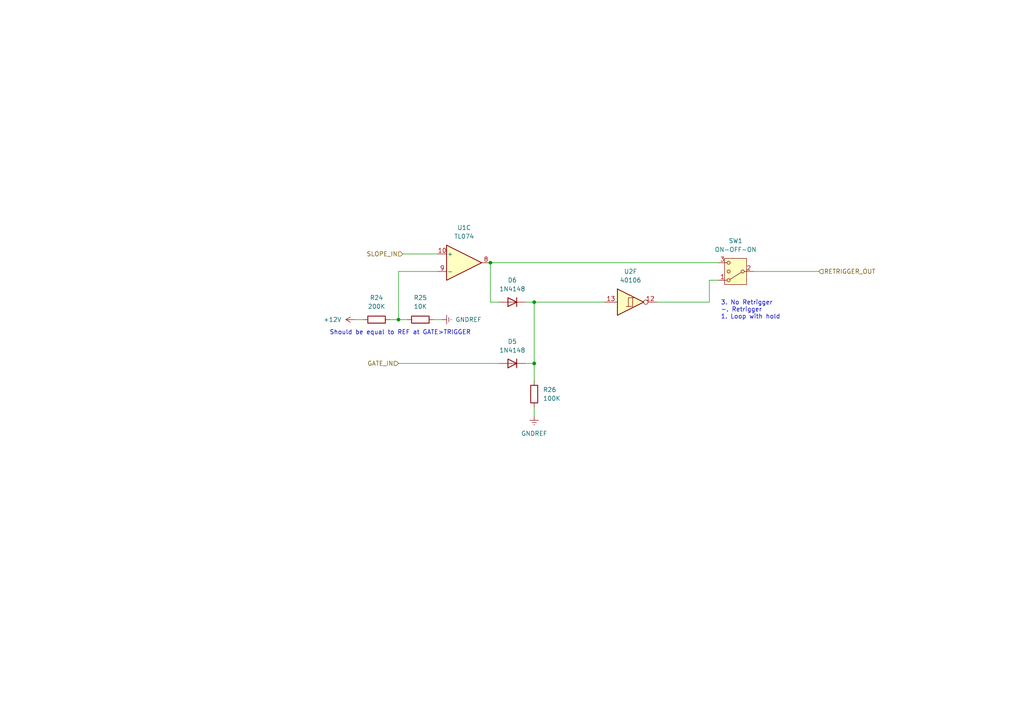
<source format=kicad_sch>
(kicad_sch (version 20231120) (generator "eeschema") (generator_version "8.0")
  (paper "A4")
  (lib_symbols
    (symbol "4xxx:40106" (pin_names (offset 1.016))
      (property "Reference" "U" (at 0 1.27 0))
      (property "Value" "40106" (at 0 -1.27 0))
      (symbol "40106_1_0"
        (polyline (pts (xy -0.635 -1.27) (xy -0.635 1.27) (xy 0.635 1.27)))
        (polyline (pts (xy -3.81 3.81) (xy -3.81 -3.81) (xy 3.81 0) (xy -3.81 3.81)) (stroke (width 0.254)) (fill (type background)))
        (polyline (pts (xy -1.27 -1.27) (xy 0.635 -1.27) (xy 0.635 1.27) (xy 1.27 1.27)))
        (pin input line (at -7.62 0 0) (length 3.81) (name "~") (number "1"))
        (pin output inverted (at 7.62 0 180) (length 3.81) (name "~") (number "2"))
      )
      (symbol "40106_2_0"
        (polyline (pts (xy -0.635 -1.27) (xy -0.635 1.27) (xy 0.635 1.27)))
        (polyline (pts (xy -3.81 3.81) (xy -3.81 -3.81) (xy 3.81 0) (xy -3.81 3.81)) (stroke (width 0.254)) (fill (type background)))
        (polyline (pts (xy -1.27 -1.27) (xy 0.635 -1.27) (xy 0.635 1.27) (xy 1.27 1.27)))
        (pin input line (at -7.62 0 0) (length 3.81) (name "~") (number "3"))
        (pin output inverted (at 7.62 0 180) (length 3.81) (name "~") (number "4"))
      )
      (symbol "40106_3_0"
        (polyline (pts (xy -0.635 -1.27) (xy -0.635 1.27) (xy 0.635 1.27)))
        (polyline (pts (xy -3.81 3.81) (xy -3.81 -3.81) (xy 3.81 0) (xy -3.81 3.81)) (stroke (width 0.254)) (fill (type background)))
        (polyline (pts (xy -1.27 -1.27) (xy 0.635 -1.27) (xy 0.635 1.27) (xy 1.27 1.27)))
        (pin input line (at -7.62 0 0) (length 3.81) (name "~") (number "5"))
        (pin output inverted (at 7.62 0 180) (length 3.81) (name "~") (number "6"))
      )
      (symbol "40106_4_0"
        (polyline (pts (xy -0.635 -1.27) (xy -0.635 1.27) (xy 0.635 1.27)))
        (polyline (pts (xy -3.81 3.81) (xy -3.81 -3.81) (xy 3.81 0) (xy -3.81 3.81)) (stroke (width 0.254)) (fill (type background)))
        (polyline (pts (xy -1.27 -1.27) (xy 0.635 -1.27) (xy 0.635 1.27) (xy 1.27 1.27)))
        (pin output inverted (at 7.62 0 180) (length 3.81) (name "~") (number "8"))
        (pin input line (at -7.62 0 0) (length 3.81) (name "~") (number "9"))
      )
      (symbol "40106_5_0"
        (polyline (pts (xy -0.635 -1.27) (xy -0.635 1.27) (xy 0.635 1.27)))
        (polyline (pts (xy -3.81 3.81) (xy -3.81 -3.81) (xy 3.81 0) (xy -3.81 3.81)) (stroke (width 0.254)) (fill (type background)))
        (polyline (pts (xy -1.27 -1.27) (xy 0.635 -1.27) (xy 0.635 1.27) (xy 1.27 1.27)))
        (pin output inverted (at 7.62 0 180) (length 3.81) (name "~") (number "10"))
        (pin input line (at -7.62 0 0) (length 3.81) (name "~") (number "11"))
      )
      (symbol "40106_6_0"
        (polyline (pts (xy -0.635 -1.27) (xy -0.635 1.27) (xy 0.635 1.27)))
        (polyline (pts (xy -3.81 3.81) (xy -3.81 -3.81) (xy 3.81 0) (xy -3.81 3.81)) (stroke (width 0.254)) (fill (type background)))
        (polyline (pts (xy -1.27 -1.27) (xy 0.635 -1.27) (xy 0.635 1.27) (xy 1.27 1.27)))
        (pin output inverted (at 7.62 0 180) (length 3.81) (name "~") (number "12"))
        (pin input line (at -7.62 0 0) (length 3.81) (name "~") (number "13"))
      )
      (symbol "40106_7_0"
        (pin power_in line (at 0 12.7 270) (length 5.08) (name "VDD") (number "14"))
        (pin power_in line (at 0 -12.7 90) (length 5.08) (name "VSS") (number "7"))
      )
      (symbol "40106_7_1"
        (rectangle (start -5.08 7.62) (end 5.08 -7.62) (stroke (width 0.254)) (fill (type background)))
      )
    )
    (symbol "Amplifier_Operational:TL074" (pin_names (offset 0.127))
      (property "Reference" "U" (at 0 5.08 0))
      (property "Value" "TL074" (at 0 -5.08 0))
      (symbol "TL074_1_1"
        (polyline (pts (xy -5.08 5.08) (xy 5.08 0) (xy -5.08 -5.08) (xy -5.08 5.08)) (stroke (width 0.254)) (fill (type background)))
        (pin output line (at 7.62 0 180) (length 2.54) (name "~") (number "1"))
        (pin input line (at -7.62 -2.54 0) (length 2.54) (name "-") (number "2"))
        (pin input line (at -7.62 2.54 0) (length 2.54) (name "+") (number "3"))
      )
      (symbol "TL074_2_1"
        (polyline (pts (xy -5.08 5.08) (xy 5.08 0) (xy -5.08 -5.08) (xy -5.08 5.08)) (stroke (width 0.254)) (fill (type background)))
        (pin input line (at -7.62 2.54 0) (length 2.54) (name "+") (number "5"))
        (pin input line (at -7.62 -2.54 0) (length 2.54) (name "-") (number "6"))
        (pin output line (at 7.62 0 180) (length 2.54) (name "~") (number "7"))
      )
      (symbol "TL074_3_1"
        (polyline (pts (xy -5.08 5.08) (xy 5.08 0) (xy -5.08 -5.08) (xy -5.08 5.08)) (stroke (width 0.254)) (fill (type background)))
        (pin input line (at -7.62 2.54 0) (length 2.54) (name "+") (number "10"))
        (pin output line (at 7.62 0 180) (length 2.54) (name "~") (number "8"))
        (pin input line (at -7.62 -2.54 0) (length 2.54) (name "-") (number "9"))
      )
      (symbol "TL074_4_1"
        (polyline (pts (xy -5.08 5.08) (xy 5.08 0) (xy -5.08 -5.08) (xy -5.08 5.08)) (stroke (width 0.254)) (fill (type background)))
        (pin input line (at -7.62 2.54 0) (length 2.54) (name "+") (number "12"))
        (pin input line (at -7.62 -2.54 0) (length 2.54) (name "-") (number "13"))
        (pin output line (at 7.62 0 180) (length 2.54) (name "~") (number "14"))
      )
      (symbol "TL074_5_1"
        (pin power_in line (at -2.54 -7.62 90) (length 3.81) (name "V-") (number "11"))
        (pin power_in line (at -2.54 7.62 270) (length 3.81) (name "V+") (number "4"))
      )
    )
    (symbol "Switch:SW_SPDT_MSM" (pin_names (offset 0) hide)
      (property "Reference" "SW" (at 0 5.08 0))
      (property "Value" "SW_SPDT_MSM" (at 0 -5.08 0))
      (symbol "SW_SPDT_MSM_0_1"
        (circle (center -2.032 0) (radius 0.4572))
        (polyline (pts (xy -1.651 0.254) (xy 1.651 2.286)))
        (circle (center 2.032 -2.54) (radius 0.4572))
        (circle (center 2.032 0) (radius 0.4572))
        (circle (center 2.032 2.54) (radius 0.4572))
      )
      (symbol "SW_SPDT_MSM_1_1"
        (rectangle (start -3.175 3.81) (end 3.175 -3.81) (fill (type background)))
        (pin passive line (at 5.08 2.54 180) (length 2.54) (name "1") (number "1"))
        (pin passive line (at -5.08 0 0) (length 2.54) (name "3") (number "2"))
        (pin passive line (at 5.08 -2.54 180) (length 2.54) (name "4") (number "3"))
      )
    )
    (symbol "power:+12V" (power) (pin_numbers hide) (pin_names (offset 0) hide)
      (property "Value" "+12V" (at 0 3.556 0))
      (symbol "+12V_0_1"
        (polyline (pts (xy -0.762 1.27) (xy 0 2.54)))
        (polyline (pts (xy 0 0) (xy 0 2.54)))
        (polyline (pts (xy 0 2.54) (xy 0.762 1.27)))
      )
      (symbol "+12V_1_1"
        (pin power_in line (at 0 0 90) (length 0) (name "~") (number "1"))
      )
    )
    (symbol "power:GNDREF" (power) (pin_numbers hide) (pin_names (offset 0) hide)
      (property "Value" "GNDREF" (at 0 -3.81 0))
      (symbol "GNDREF_0_1"
        (polyline (pts (xy -0.635 -1.905) (xy 0.635 -1.905)))
        (polyline (pts (xy -0.127 -2.54) (xy 0.127 -2.54)))
        (polyline (pts (xy 0 -1.27) (xy 0 0)))
        (polyline (pts (xy 1.27 -1.27) (xy -1.27 -1.27)))
      )
      (symbol "GNDREF_1_1"
        (pin power_in line (at 0 0 270) (length 0) (name "~") (number "1"))
      )
    )
    (symbol "synth:D_Signal (1N4148)" (pin_numbers hide) (pin_names hide)
      (property "Reference" "D" (at 0 2.54 0))
      (property "Value" "1N4148" (at 0 -2.54 0))
      (symbol "D_Signal (1N4148)_0_1"
        (polyline (pts (xy -1.27 1.27) (xy -1.27 -1.27)) (stroke (width 0.254)))
        (polyline (pts (xy 1.27 0) (xy -1.27 0)))
        (polyline (pts (xy 1.27 1.27) (xy 1.27 -1.27) (xy -1.27 0) (xy 1.27 1.27)) (stroke (width 0.254)))
      )
      (symbol "D_Signal (1N4148)_1_1"
        (pin passive line (at -3.81 0 0) (length 2.54) (name "K") (number "1"))
        (pin passive line (at 3.81 0 180) (length 2.54) (name "A") (number "2"))
      )
    )
    (symbol "synth:R_Default" (pin_numbers hide) (pin_names (offset 0))
      (property "Reference" "R" (at -2.032 0 90))
      (property "Value" "R1" (at 2.032 0 90))
      (symbol "R_Default_0_1"
        (rectangle (start 1.016 -2.54) (end -1.016 2.54) (stroke (width 0.254)))
      )
      (symbol "R_Default_1_1"
        (pin passive line (at 0 -3.81 90) (length 1.27) (name "~") (number "1"))
        (pin passive line (at 0 3.81 270) (length 1.27) (name "~") (number "2"))
      )
    )
  )
  (junction (at 154.94 87.63))
  (junction (at 115.57 92.71))
  (junction (at 142.24 76.2))
  (junction (at 154.94 105.41))
  (wire (pts (xy 205.74 87.63) (xy 205.74 81.28)))
  (wire (pts (xy 115.57 78.74) (xy 127 78.74)))
  (wire (pts (xy 152.4 105.41) (xy 154.94 105.41)))
  (wire (pts (xy 154.94 87.63) (xy 154.94 105.41)))
  (wire (pts (xy 142.24 76.2) (xy 208.28 76.2)))
  (wire (pts (xy 125.73 92.71) (xy 128.27 92.71)))
  (wire (pts (xy 154.94 87.63) (xy 175.26 87.63)))
  (wire (pts (xy 154.94 110.49) (xy 154.94 105.41)))
  (wire (pts (xy 115.57 105.41) (xy 144.78 105.41)))
  (wire (pts (xy 102.87 92.71) (xy 105.41 92.71)))
  (wire (pts (xy 205.74 81.28) (xy 208.28 81.28)))
  (wire (pts (xy 115.57 92.71) (xy 118.11 92.71)))
  (wire (pts (xy 115.57 78.74) (xy 115.57 92.71)))
  (wire (pts (xy 142.24 87.63) (xy 142.24 76.2)))
  (wire (pts (xy 144.78 87.63) (xy 142.24 87.63)))
  (wire (pts (xy 154.94 120.65) (xy 154.94 118.11)))
  (wire (pts (xy 218.44 78.74) (xy 237.49 78.74)))
  (wire (pts (xy 152.4 87.63) (xy 154.94 87.63)))
  (wire (pts (xy 113.03 92.71) (xy 115.57 92.71)))
  (wire (pts (xy 116.84 73.66) (xy 127 73.66)))
  (wire (pts (xy 190.5 87.63) (xy 205.74 87.63)))
  (text "3. No Retrigger\n-. Retrigger\n1. Loop with hold" (at 209.042 89.916 0) (effects (font (size 1.27 1.27)) (justify left)))
  (text "Should be equal to REF at GATE>TRIGGER" (at 116.078 96.52 0) (effects (font (size 1.27 1.27))))
  (hierarchical_label "GATE_IN" (shape input) (at 115.57 105.41 180))
  (hierarchical_label "SLOPE_IN" (shape input) (at 116.84 73.66 180))
  (hierarchical_label "RETRIGGER_OUT" (shape input) (at 237.49 78.74 0))
  (symbol (lib_id "synth:R_Default") (at 109.22 92.71 270) (unit 1)
    (property "Reference" "R24" (at 109.22 86.36 90))
    (property "Value" "200K" (at 109.22 88.9 90))
    (property "Footprint" "Synth:R_Default (DIN0207)" (effects (hide yes)))
    (property "Description" "Resistor" (effects (hide yes)))
  )
  (symbol (lib_id "power:GNDREF") (at 154.94 120.65 0) (unit 1)
    (property "Reference" "#PWR046" (effects (hide yes)))
    (property "Value" "GNDREF" (at 154.94 125.73 0))
    (property "Description" "Power symbol creates a global label with name \"GNDREF\" , reference supply ground" (effects (hide yes)))
  )
  (symbol (lib_id "power:+12V") (at 102.87 92.71 90) (unit 1)
    (property "Reference" "#PWR01" (effects (hide yes)))
    (property "Value" "+12V" (at 99.06 92.7099 90) (effects (justify left)))
    (property "Description" "Power symbol creates a global label with name \"+12V\"" (effects (hide yes)))
  )
  (symbol (lib_id "power:GNDREF") (at 128.27 92.71 90) (unit 1)
    (property "Reference" "#PWR045" (effects (hide yes)))
    (property "Value" "GNDREF" (at 132.08 92.7099 90) (effects (justify right)))
    (property "Description" "Power symbol creates a global label with name \"GNDREF\" , reference supply ground" (effects (hide yes)))
  )
  (symbol (lib_id "synth:D_Signal (1N4148)") (at 148.59 87.63 180) (unit 1)
    (property "Reference" "D6" (at 148.59 81.28 0))
    (property "Value" "1N4148" (at 148.59 83.82 0))
    (property "Footprint" "Synth:D_DO-35_SOD27_P7.62mm_Horizontal" (effects (hide yes)))
    (property "Datasheet" "https://assets.nexperia.com/documents/data-sheet/1N4148_1N4448.pdf" (effects (hide yes)))
    (property "Description" "100V 0.15A standard switching diode, DO-35" (effects (hide yes)))
    (property "Sim.Device" "D" (effects (hide yes)))
    (property "Sim.Pins" "1=K 2=A" (effects (hide yes)))
  )
  (symbol (lib_id "synth:D_Signal (1N4148)") (at 148.59 105.41 180) (unit 1)
    (property "Reference" "D5" (at 148.59 99.06 0))
    (property "Value" "1N4148" (at 148.59 101.6 0))
    (property "Footprint" "Synth:D_DO-35_SOD27_P7.62mm_Horizontal" (effects (hide yes)))
    (property "Datasheet" "https://assets.nexperia.com/documents/data-sheet/1N4148_1N4448.pdf" (effects (hide yes)))
    (property "Description" "100V 0.15A standard switching diode, DO-35" (effects (hide yes)))
    (property "Sim.Device" "D" (effects (hide yes)))
    (property "Sim.Pins" "1=K 2=A" (effects (hide yes)))
  )
  (symbol (lib_id "Switch:SW_SPDT_MSM") (at 213.36 78.74 180) (unit 1)
    (property "Reference" "SW1" (at 213.36 69.85 0))
    (property "Value" "ON-OFF-ON" (at 213.36 72.39 0))
    (property "Description" "Switch, single pole double throw, center OFF position" (effects (hide yes)))
  )
  (symbol (lib_id "synth:R_Default") (at 121.92 92.71 270) (unit 1)
    (property "Reference" "R25" (at 121.92 86.36 90))
    (property "Value" "10K" (at 121.92 88.9 90))
    (property "Footprint" "Synth:R_Default (DIN0207)" (effects (hide yes)))
    (property "Description" "Resistor" (effects (hide yes)))
  )
  (symbol (lib_id "synth:R_Default") (at 154.94 114.3 0) (unit 1)
    (property "Reference" "R26" (at 157.48 113.0299 0) (effects (justify left)))
    (property "Value" "100K" (at 157.48 115.5699 0) (effects (justify left)))
    (property "Footprint" "Synth:R_Default (DIN0207)" (effects (hide yes)))
    (property "Description" "Resistor" (effects (hide yes)))
  )
  (symbol (lib_id "4xxx:40106") (at 182.88 87.63 0) (unit 6)
    (property "Reference" "U2" (at 182.88 78.74 0))
    (property "Value" "40106" (at 182.88 81.28 0))
    (property "Footprint" "Package_DIP:DIP-14_W7.62mm_Socket_LongPads" (effects (hide yes)))
    (property "Datasheet" "https://assets.nexperia.com/documents/data-sheet/HEF40106B.pdf" (effects (hide yes)))
    (property "Description" "Hex Schmitt trigger inverter" (effects (hide yes)))
  )
  (symbol (lib_id "Amplifier_Operational:TL074") (at 134.62 76.2 0) (unit 3)
    (property "Reference" "U1" (at 134.62 66.04 0))
    (property "Value" "TL074" (at 134.62 68.58 0))
    (property "Footprint" "Package_DIP:DIP-14_W7.62mm_Socket_LongPads" (effects (hide yes)))
    (property "Datasheet" "http://www.ti.com/lit/ds/symlink/tl071.pdf" (effects (hide yes)))
    (property "Description" "Quad Low-Noise JFET-Input Operational Amplifiers, DIP-14/SOIC-14" (effects (hide yes)))
  )
)
</source>
